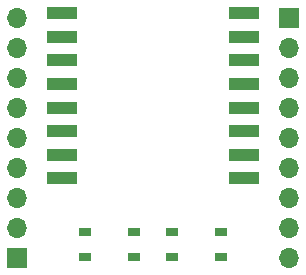
<source format=gts>
G04 #@! TF.GenerationSoftware,KiCad,Pcbnew,7.0.7*
G04 #@! TF.CreationDate,2024-04-01T22:56:26-04:00*
G04 #@! TF.ProjectId,sensor_node,73656e73-6f72-45f6-9e6f-64652e6b6963,rev?*
G04 #@! TF.SameCoordinates,Original*
G04 #@! TF.FileFunction,Soldermask,Top*
G04 #@! TF.FilePolarity,Negative*
%FSLAX46Y46*%
G04 Gerber Fmt 4.6, Leading zero omitted, Abs format (unit mm)*
G04 Created by KiCad (PCBNEW 7.0.7) date 2024-04-01 22:56:26*
%MOMM*%
%LPD*%
G01*
G04 APERTURE LIST*
%ADD10R,1.700000X1.700000*%
%ADD11O,1.700000X1.700000*%
%ADD12R,1.050000X0.650000*%
%ADD13R,2.500000X1.100000*%
G04 APERTURE END LIST*
D10*
X137700000Y-80840000D03*
D11*
X137700000Y-78300000D03*
X137700000Y-75760000D03*
X137700000Y-73220000D03*
X137700000Y-70680000D03*
X137700000Y-68140000D03*
X137700000Y-65600000D03*
X137700000Y-63060000D03*
X137700000Y-60520000D03*
D12*
X143450000Y-78625000D03*
X147600000Y-78625000D03*
X143450000Y-80775000D03*
X147600000Y-80775000D03*
D10*
X160700000Y-60560000D03*
D11*
X160700000Y-63100000D03*
X160700000Y-65640000D03*
X160700000Y-68180000D03*
X160700000Y-70720000D03*
X160700000Y-73260000D03*
X160700000Y-75800000D03*
X160700000Y-78340000D03*
X160700000Y-80880000D03*
D12*
X154975000Y-80775000D03*
X150825000Y-80775000D03*
X154975000Y-78625000D03*
X150825000Y-78625000D03*
D13*
X141500000Y-60112500D03*
X141500000Y-62112500D03*
X141500000Y-64112500D03*
X141500000Y-66112500D03*
X141500000Y-68112500D03*
X141500000Y-70112500D03*
X141500000Y-72112500D03*
X141500000Y-74112500D03*
X156900000Y-74112500D03*
X156900000Y-72112500D03*
X156900000Y-70112500D03*
X156900000Y-68112500D03*
X156900000Y-66112500D03*
X156900000Y-64112500D03*
X156900000Y-62112500D03*
X156900000Y-60112500D03*
M02*

</source>
